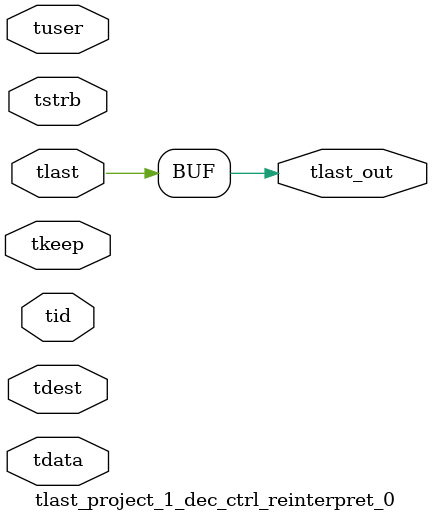
<source format=v>


`timescale 1ps/1ps

module tlast_project_1_dec_ctrl_reinterpret_0 #
(
parameter C_S_AXIS_TID_WIDTH   = 1,
parameter C_S_AXIS_TUSER_WIDTH = 0,
parameter C_S_AXIS_TDATA_WIDTH = 0,
parameter C_S_AXIS_TDEST_WIDTH = 0
)
(
input  [(C_S_AXIS_TID_WIDTH   == 0 ? 1 : C_S_AXIS_TID_WIDTH)-1:0       ] tid,
input  [(C_S_AXIS_TDATA_WIDTH == 0 ? 1 : C_S_AXIS_TDATA_WIDTH)-1:0     ] tdata,
input  [(C_S_AXIS_TUSER_WIDTH == 0 ? 1 : C_S_AXIS_TUSER_WIDTH)-1:0     ] tuser,
input  [(C_S_AXIS_TDEST_WIDTH == 0 ? 1 : C_S_AXIS_TDEST_WIDTH)-1:0     ] tdest,
input  [(C_S_AXIS_TDATA_WIDTH/8)-1:0 ] tkeep,
input  [(C_S_AXIS_TDATA_WIDTH/8)-1:0 ] tstrb,
input  [0:0]                                                             tlast,
output                                                                   tlast_out
);

assign tlast_out = {tlast};

endmodule


</source>
